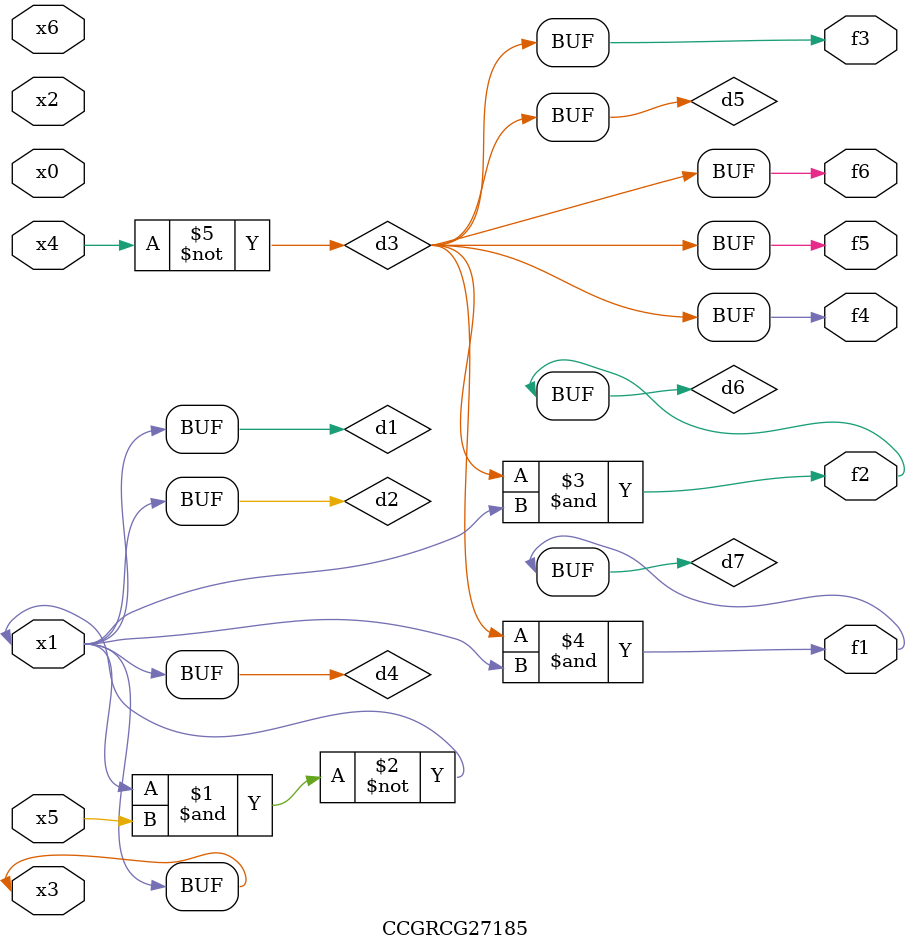
<source format=v>
module CCGRCG27185(
	input x0, x1, x2, x3, x4, x5, x6,
	output f1, f2, f3, f4, f5, f6
);

	wire d1, d2, d3, d4, d5, d6, d7;

	buf (d1, x1, x3);
	nand (d2, x1, x5);
	not (d3, x4);
	buf (d4, d1, d2);
	buf (d5, d3);
	and (d6, d3, d4);
	and (d7, d3, d4);
	assign f1 = d7;
	assign f2 = d6;
	assign f3 = d5;
	assign f4 = d5;
	assign f5 = d5;
	assign f6 = d5;
endmodule

</source>
